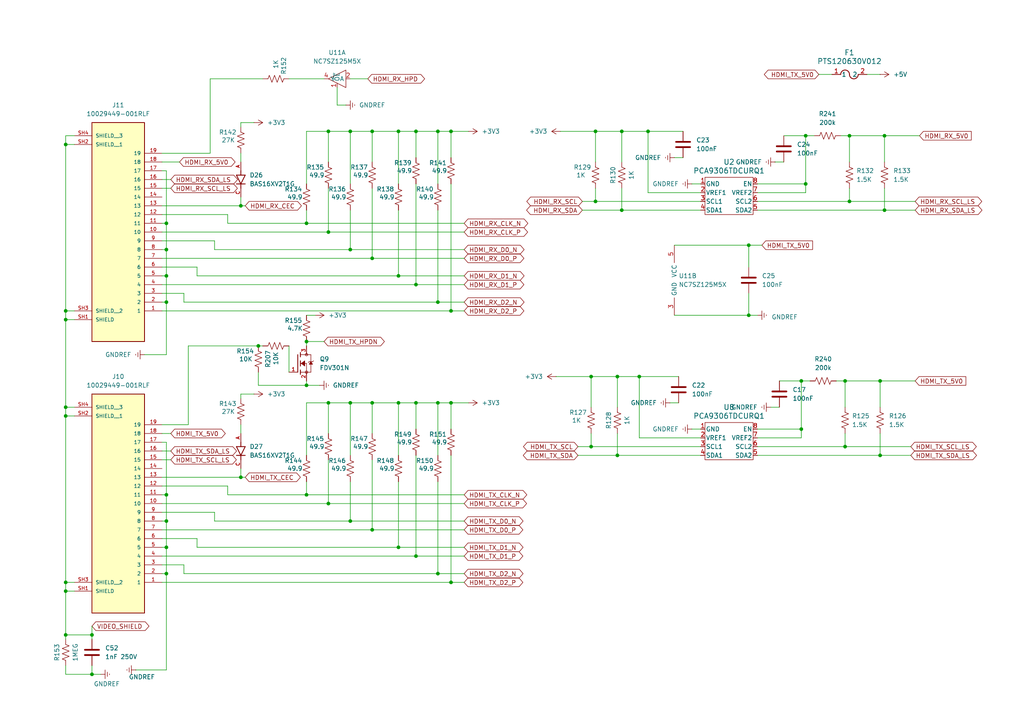
<source format=kicad_sch>
(kicad_sch (version 20231120) (generator "eeschema") (generator_version "8.0")
  (paper "A4")
  (lib_symbols
    (symbol "10029449-001RLF_1" (pin_names (offset 1.016))
      (property "Reference" "J10" (at 0 -40.64 0))
      (property "Value" "10029449-001RLF" (at 0 -38.1 0))
      (symbol "10029449-001RLF_1_0_0"
        (pin passive line (at 12.7 -26.67 180) (length 5.08) (name "1") (number "1"))
        (pin passive line (at 12.7 -3.81 180) (length 5.08) (name "10") (number "10"))
        (pin passive line (at 12.7 -1.27 180) (length 5.08) (name "11") (number "11"))
        (pin passive line (at 12.7 1.27 180) (length 5.08) (name "12") (number "12"))
        (pin passive line (at 12.7 3.81 180) (length 5.08) (name "13") (number "13"))
        (pin passive line (at 12.7 6.35 180) (length 5.08) (name "14") (number "14"))
        (pin passive line (at 12.7 8.89 180) (length 5.08) (name "15") (number "15"))
        (pin passive line (at 12.7 11.43 180) (length 5.08) (name "16") (number "16"))
        (pin passive line (at 12.7 13.97 180) (length 5.08) (name "17") (number "17"))
        (pin passive line (at 12.7 16.51 180) (length 5.08) (name "18") (number "18"))
        (pin passive line (at 12.7 19.05 180) (length 5.08) (name "19") (number "19"))
        (pin passive line (at 12.7 -24.13 180) (length 5.08) (name "2") (number "2"))
        (pin passive line (at 12.7 -21.59 180) (length 5.08) (name "3") (number "3"))
        (pin passive line (at 12.7 -19.05 180) (length 5.08) (name "4") (number "4"))
        (pin passive line (at 12.7 -16.51 180) (length 5.08) (name "5") (number "5"))
        (pin passive line (at 12.7 -13.97 180) (length 5.08) (name "6") (number "6"))
        (pin passive line (at 12.7 -11.43 180) (length 5.08) (name "7") (number "7"))
        (pin passive line (at 12.7 -8.89 180) (length 5.08) (name "8") (number "8"))
        (pin passive line (at 12.7 -6.35 180) (length 5.08) (name "9") (number "9"))
        (pin passive line (at -12.7 -29.21 0) (length 5.08) (name "SHIELD") (number "SH1"))
        (pin passive line (at -12.7 21.59 0) (length 5.08) (name "SHIELD__1") (number "SH2"))
        (pin passive line (at -12.7 -26.67 0) (length 5.08) (name "SHIELD__2") (number "SH3"))
        (pin passive line (at -12.7 24.13 0) (length 5.08) (name "SHIELD__3") (number "SH4"))
      )
    )
    (symbol "BAS16XV2T1G:BAS16XV2T1G" (pin_names (offset 1.016))
      (property "Reference" "D" (at -5.08 2.54 0))
      (property "Value" "BAS16XV2T1G" (at -5.08 -3.81 0))
      (symbol "BAS16XV2T1G_0_0"
        (pin passive line (at -5.08 0 0) (length 2.54) (name "~") (number "A"))
        (pin passive line (at 5.08 0 180) (length 2.54) (name "~") (number "C"))
      )
    )
    (symbol "Device:C" (pin_numbers hide) (pin_names (offset 0.254))
      (property "Reference" "C" (at 0.635 2.54 0))
      (property "Value" "C" (at 0.635 -2.54 0))
      (symbol "C_1_1"
        (pin passive line (at 0 3.81 270) (length 2.794) (name "~") (number "1"))
        (pin passive line (at 0 -3.81 90) (length 2.794) (name "~") (number "2"))
      )
    )
    (symbol "Device:R_US" (pin_numbers hide) (pin_names (offset 0))
      (property "Reference" "R" (at 2.54 0 90))
      (property "Value" "R_US" (at -2.54 0 90))
      (symbol "R_US_1_1"
        (pin passive line (at 0 3.81 270) (length 1.27) (name "~") (number "1"))
        (pin passive line (at 0 -3.81 90) (length 1.27) (name "~") (number "2"))
      )
    )
    (symbol "FDV301N:FDV301N" (pin_names (offset 1.016))
      (property "Reference" "Q" (at -8.89 2.54 0))
      (property "Value" "FDV301N" (at -8.89 -7.62 0))
      (symbol "FDV301N_0_0"
        (pin passive line (at -2.54 -2.54 0) (length 2.54) (name "~") (number "1"))
        (pin passive line (at 2.54 -5.08 90) (length 2.54) (name "~") (number "2"))
        (pin passive line (at 2.54 5.08 270) (length 2.54) (name "~") (number "3"))
      )
    )
    (symbol "NC7SZ125M5X_Modified:NC7SZ125M5X"
      (property "Reference" "U" (at -5.08 6.35 0))
      (property "Value" "NC7SZ125M5X" (at 7.62 6.35 0))
      (symbol "NC7SZ125M5X_1_1"
        (pin input line (at -7.62 -6.35 90) (length 1.27) (name "~{OE}") (number "1"))
        (pin input line (at -3.81 -3.81 180) (length 1.27) (name "A") (number "2"))
        (pin output line (at -11.43 -3.81 0) (length 1.27) (name "Y") (number "4"))
      )
      (symbol "NC7SZ125M5X_2_1"
        (pin power_in line (at 0 -10.16 90) (length 5.08) (name "GND") (number "3"))
        (pin power_in line (at 0 10.16 270) (length 5.08) (name "VCC") (number "5"))
      )
    )
    (symbol "PCA9306:PCA9306TDCURQ1" (pin_names (offset 0.254))
      (property "Reference" "U" (at 19.05 -12.7 0))
      (property "Value" "PCA9306TDCURQ1" (at 1.016 4.826 0))
      (symbol "PCA9306TDCURQ1_1_1"
        (pin power_in line (at -8.89 2.54 0) (length 1.27) (name "GND") (number "1"))
        (pin power_in line (at -8.89 0 0) (length 1.27) (name "VREF1") (number "2"))
        (pin unspecified line (at -8.89 -2.54 0) (length 1.27) (name "SCL1") (number "3"))
        (pin unspecified line (at -8.89 -5.08 0) (length 1.27) (name "SDA1") (number "4"))
        (pin unspecified line (at 7.62 -5.08 180) (length 1.27) (name "SDA2") (number "5"))
        (pin unspecified line (at 7.62 -2.54 180) (length 1.27) (name "SCL2") (number "6"))
        (pin power_in line (at 7.62 0 180) (length 1.27) (name "VREF2") (number "7"))
        (pin unspecified line (at 7.62 2.54 180) (length 1.27) (name "EN") (number "8"))
      )
    )
    (symbol "PTS120630V012:PTS120630V012" (pin_names (offset 0.254))
      (property "Reference" "F" (at 5.08 3.175 0))
      (property "Value" "PTS120630V012" (at 5.08 -3.175 0))
      (symbol "PTS120630V012_1_1"
        (pin unspecified line (at 0 0 0) (length 2.54) (name "1") (number "1"))
        (pin unspecified line (at 10.16 0 180) (length 2.54) (name "2") (number "2"))
      )
      (symbol "PTS120630V012_1_2"
        (pin unspecified line (at 0 0 90) (length 2.54) (name "1") (number "1"))
        (pin unspecified line (at 0 10.16 270) (length 2.54) (name "2") (number "2"))
      )
    )
    (symbol "power:+3V3" (power) (pin_numbers hide) (pin_names (offset 0) hide)
      (property "Value" "+3V3" (at 0 3.556 0))
      (symbol "+3V3_1_1"
        (pin power_in line (at 0 0 90) (length 0) (name "~") (number "1"))
      )
    )
    (symbol "power:+5V" (power) (pin_numbers hide) (pin_names (offset 0) hide)
      (property "Value" "+5V" (at 0 3.556 0))
      (symbol "+5V_1_1"
        (pin power_in line (at 0 0 90) (length 0) (name "~") (number "1"))
      )
    )
    (symbol "power:GNDREF" (power) (pin_numbers hide) (pin_names (offset 0) hide)
      (property "Value" "GNDREF" (at 0 -3.81 0))
      (symbol "GNDREF_1_1"
        (pin power_in line (at 0 0 270) (length 0) (name "~") (number "1"))
      )
    )
  )
  (junction (at 69.85 59.69))
  (junction (at 187.96 38.1))
  (junction (at 255.27 132.08))
  (junction (at 232.41 110.49))
  (junction (at 48.26 64.77))
  (junction (at 115.57 158.75))
  (junction (at 69.85 138.43))
  (junction (at 120.65 38.1))
  (junction (at 256.54 39.37))
  (junction (at 130.81 168.91))
  (junction (at 185.42 109.22))
  (junction (at 48.26 158.75))
  (junction (at 120.65 161.29))
  (junction (at 172.72 58.42))
  (junction (at 19.05 184.15))
  (junction (at 127 38.1))
  (junction (at 233.68 39.37))
  (junction (at 120.65 116.84))
  (junction (at 48.26 72.39))
  (junction (at 101.6 38.1))
  (junction (at 107.95 116.84))
  (junction (at 180.34 38.1))
  (junction (at 233.68 53.34))
  (junction (at 88.9 143.51))
  (junction (at 171.45 129.54))
  (junction (at 19.05 118.11))
  (junction (at 246.38 58.42))
  (junction (at 172.72 38.1))
  (junction (at 115.57 80.01))
  (junction (at 107.95 153.67))
  (junction (at 130.81 38.1))
  (junction (at 26.67 195.58))
  (junction (at 255.27 110.49))
  (junction (at 127 166.37))
  (junction (at 95.25 38.1))
  (junction (at 101.6 72.39))
  (junction (at 115.57 38.1))
  (junction (at 48.26 80.01))
  (junction (at 130.81 116.84))
  (junction (at 19.05 120.65))
  (junction (at 256.54 60.96))
  (junction (at 180.34 60.96))
  (junction (at 130.81 90.17))
  (junction (at 245.11 129.54))
  (junction (at 48.26 151.13))
  (junction (at 101.6 116.84))
  (junction (at 95.25 116.84))
  (junction (at 19.05 171.45))
  (junction (at 127 87.63))
  (junction (at 115.57 116.84))
  (junction (at 120.65 82.55))
  (junction (at 217.17 71.12))
  (junction (at 171.45 109.22))
  (junction (at 246.38 39.37))
  (junction (at 48.26 143.51))
  (junction (at 48.26 87.63))
  (junction (at 101.6 151.13))
  (junction (at 107.95 38.1))
  (junction (at 48.26 166.37))
  (junction (at 95.25 67.31))
  (junction (at 107.95 74.93))
  (junction (at 127 116.84))
  (junction (at 217.17 91.44))
  (junction (at 88.9 64.77))
  (junction (at 245.11 110.49))
  (junction (at 232.41 124.46))
  (junction (at 95.25 146.05))
  (junction (at 179.07 109.22))
  (junction (at 19.05 92.71))
  (junction (at 88.9 99.06))
  (junction (at 19.05 41.91))
  (junction (at 88.9 111.76))
  (junction (at 19.05 90.17))
  (junction (at 19.05 168.91))
  (junction (at 179.07 132.08))
  (junction (at 74.93 100.33))
  (junction (at 26.67 184.15))
  (wire (pts (xy 167.64 132.08) (xy 179.07 132.08)))
  (wire (pts (xy 220.98 71.12) (xy 217.17 71.12)))
  (wire (pts (xy 195.58 71.12) (xy 217.17 71.12)))
  (wire (pts (xy 245.11 110.49) (xy 245.11 118.11)))
  (wire (pts (xy 168.91 58.42) (xy 172.72 58.42)))
  (wire (pts (xy 256.54 54.61) (xy 256.54 60.96)))
  (wire (pts (xy 21.59 90.17) (xy 19.05 90.17)))
  (wire (pts (xy 46.99 123.19) (xy 54.61 123.19)))
  (wire (pts (xy 107.95 116.84) (xy 107.95 125.73)))
  (wire (pts (xy 101.6 139.7) (xy 101.6 151.13)))
  (wire (pts (xy 127 166.37) (xy 134.62 166.37)))
  (wire (pts (xy 223.52 118.11) (xy 226.06 118.11)))
  (wire (pts (xy 172.72 38.1) (xy 180.34 38.1)))
  (wire (pts (xy 172.72 54.61) (xy 172.72 58.42)))
  (wire (pts (xy 46.99 82.55) (xy 120.65 82.55)))
  (wire (pts (xy 88.9 60.96) (xy 88.9 64.77)))
  (wire (pts (xy 95.25 116.84) (xy 95.25 125.73)))
  (wire (pts (xy 46.99 168.91) (xy 130.81 168.91)))
  (wire (pts (xy 115.57 116.84) (xy 120.65 116.84)))
  (wire (pts (xy 46.99 153.67) (xy 107.95 153.67)))
  (wire (pts (xy 185.42 127) (xy 203.2 127)))
  (wire (pts (xy 88.9 64.77) (xy 134.62 64.77)))
  (wire (pts (xy 46.99 62.23) (xy 66.04 62.23)))
  (wire (pts (xy 185.42 109.22) (xy 185.42 127)))
  (wire (pts (xy 101.6 22.86) (xy 106.68 22.86)))
  (wire (pts (xy 115.57 158.75) (xy 134.62 158.75)))
  (wire (pts (xy 46.99 151.13) (xy 48.26 151.13)))
  (wire (pts (xy 242.57 110.49) (xy 245.11 110.49)))
  (wire (pts (xy 115.57 139.7) (xy 115.57 158.75)))
  (wire (pts (xy 88.9 99.06) (xy 88.9 100.33)))
  (wire (pts (xy 21.59 171.45) (xy 19.05 171.45)))
  (wire (pts (xy 107.95 38.1) (xy 107.95 46.99)))
  (wire (pts (xy 60.96 22.86) (xy 76.2 22.86)))
  (wire (pts (xy 227.33 39.37) (xy 233.68 39.37)))
  (wire (pts (xy 19.05 120.65) (xy 19.05 168.91)))
  (wire (pts (xy 217.17 71.12) (xy 217.17 77.47)))
  (wire (pts (xy 171.45 109.22) (xy 179.07 109.22)))
  (wire (pts (xy 101.6 116.84) (xy 107.95 116.84)))
  (wire (pts (xy 46.99 146.05) (xy 95.25 146.05)))
  (wire (pts (xy 219.71 60.96) (xy 256.54 60.96)))
  (wire (pts (xy 48.26 143.51) (xy 48.26 151.13)))
  (wire (pts (xy 95.25 67.31) (xy 134.62 67.31)))
  (wire (pts (xy 233.68 39.37) (xy 233.68 53.34)))
  (wire (pts (xy 48.26 128.27) (xy 48.26 143.51)))
  (wire (pts (xy 66.04 140.97) (xy 66.04 143.51)))
  (wire (pts (xy 172.72 58.42) (xy 203.2 58.42)))
  (wire (pts (xy 48.26 166.37) (xy 48.26 194.31)))
  (wire (pts (xy 46.99 85.09) (xy 53.34 85.09)))
  (wire (pts (xy 62.23 72.39) (xy 101.6 72.39)))
  (wire (pts (xy 127 38.1) (xy 127 53.34)))
  (wire (pts (xy 19.05 185.42) (xy 19.05 184.15)))
  (wire (pts (xy 48.26 49.53) (xy 48.26 64.77)))
  (wire (pts (xy 130.81 38.1) (xy 135.89 38.1)))
  (wire (pts (xy 171.45 125.73) (xy 171.45 129.54)))
  (wire (pts (xy 46.99 156.21) (xy 57.15 156.21)))
  (wire (pts (xy 46.99 128.27) (xy 48.26 128.27)))
  (wire (pts (xy 101.6 151.13) (xy 134.62 151.13)))
  (wire (pts (xy 195.58 45.72) (xy 198.12 45.72)))
  (wire (pts (xy 256.54 39.37) (xy 256.54 46.99)))
  (wire (pts (xy 26.67 195.58) (xy 29.21 195.58)))
  (wire (pts (xy 95.25 54.61) (xy 95.25 67.31)))
  (wire (pts (xy 180.34 60.96) (xy 203.2 60.96)))
  (wire (pts (xy 83.82 22.86) (xy 93.98 22.86)))
  (wire (pts (xy 266.7 39.37) (xy 256.54 39.37)))
  (wire (pts (xy 48.26 72.39) (xy 48.26 80.01)))
  (wire (pts (xy 162.56 38.1) (xy 172.72 38.1)))
  (wire (pts (xy 57.15 158.75) (xy 115.57 158.75)))
  (wire (pts (xy 21.59 92.71) (xy 19.05 92.71)))
  (wire (pts (xy 57.15 156.21) (xy 57.15 158.75)))
  (wire (pts (xy 95.25 116.84) (xy 101.6 116.84)))
  (wire (pts (xy 19.05 171.45) (xy 19.05 184.15)))
  (wire (pts (xy 167.64 129.54) (xy 171.45 129.54)))
  (wire (pts (xy 171.45 118.11) (xy 171.45 109.22)))
  (wire (pts (xy 233.68 55.88) (xy 219.71 55.88)))
  (wire (pts (xy 41.91 102.87) (xy 48.26 102.87)))
  (wire (pts (xy 69.85 135.89) (xy 69.85 138.43)))
  (wire (pts (xy 26.67 181.61) (xy 26.67 184.15)))
  (wire (pts (xy 95.25 38.1) (xy 101.6 38.1)))
  (wire (pts (xy 49.53 133.35) (xy 46.99 133.35)))
  (wire (pts (xy 46.99 138.43) (xy 69.85 138.43)))
  (wire (pts (xy 243.84 39.37) (xy 246.38 39.37)))
  (wire (pts (xy 46.99 80.01) (xy 48.26 80.01)))
  (wire (pts (xy 21.59 41.91) (xy 19.05 41.91)))
  (wire (pts (xy 53.34 85.09) (xy 53.34 87.63)))
  (wire (pts (xy 237.49 21.59) (xy 241.3 21.59)))
  (wire (pts (xy 95.25 133.35) (xy 95.25 146.05)))
  (wire (pts (xy 255.27 110.49) (xy 255.27 118.11)))
  (wire (pts (xy 88.9 111.76) (xy 92.71 111.76)))
  (wire (pts (xy 127 38.1) (xy 130.81 38.1)))
  (wire (pts (xy 127 116.84) (xy 127 132.08)))
  (wire (pts (xy 107.95 54.61) (xy 107.95 74.93)))
  (wire (pts (xy 101.6 38.1) (xy 107.95 38.1)))
  (wire (pts (xy 179.07 109.22) (xy 185.42 109.22)))
  (wire (pts (xy 180.34 54.61) (xy 180.34 60.96)))
  (wire (pts (xy 52.07 46.99) (xy 46.99 46.99)))
  (wire (pts (xy 200.66 53.34) (xy 203.2 53.34)))
  (wire (pts (xy 115.57 38.1) (xy 115.57 53.34)))
  (wire (pts (xy 19.05 39.37) (xy 21.59 39.37)))
  (wire (pts (xy 107.95 38.1) (xy 115.57 38.1)))
  (wire (pts (xy 180.34 46.99) (xy 180.34 38.1)))
  (wire (pts (xy 115.57 80.01) (xy 134.62 80.01)))
  (wire (pts (xy 265.43 110.49) (xy 255.27 110.49)))
  (wire (pts (xy 232.41 127) (xy 232.41 124.46)))
  (wire (pts (xy 46.99 140.97) (xy 66.04 140.97)))
  (wire (pts (xy 127 60.96) (xy 127 87.63)))
  (wire (pts (xy 48.26 87.63) (xy 48.26 102.87)))
  (wire (pts (xy 233.68 39.37) (xy 236.22 39.37)))
  (wire (pts (xy 115.57 116.84) (xy 115.57 132.08)))
  (wire (pts (xy 226.06 110.49) (xy 232.41 110.49)))
  (wire (pts (xy 46.99 74.93) (xy 107.95 74.93)))
  (wire (pts (xy 74.93 100.33) (xy 76.2 100.33)))
  (wire (pts (xy 107.95 74.93) (xy 134.62 74.93)))
  (wire (pts (xy 107.95 116.84) (xy 115.57 116.84)))
  (wire (pts (xy 19.05 195.58) (xy 26.67 195.58)))
  (wire (pts (xy 88.9 91.44) (xy 91.44 91.44)))
  (wire (pts (xy 217.17 85.09) (xy 217.17 91.44)))
  (wire (pts (xy 219.71 124.46) (xy 232.41 124.46)))
  (wire (pts (xy 120.65 116.84) (xy 127 116.84)))
  (wire (pts (xy 69.85 115.57) (xy 69.85 114.3)))
  (wire (pts (xy 232.41 110.49) (xy 232.41 124.46)))
  (wire (pts (xy 246.38 46.99) (xy 246.38 39.37)))
  (wire (pts (xy 39.37 194.31) (xy 48.26 194.31)))
  (wire (pts (xy 49.53 54.61) (xy 46.99 54.61)))
  (wire (pts (xy 69.85 57.15) (xy 69.85 59.69)))
  (wire (pts (xy 21.59 168.91) (xy 19.05 168.91)))
  (wire (pts (xy 53.34 166.37) (xy 127 166.37)))
  (wire (pts (xy 224.79 46.99) (xy 227.33 46.99)))
  (wire (pts (xy 219.71 91.44) (xy 217.17 91.44)))
  (wire (pts (xy 46.99 49.53) (xy 48.26 49.53)))
  (wire (pts (xy 46.99 44.45) (xy 60.96 44.45)))
  (wire (pts (xy 127 116.84) (xy 130.81 116.84)))
  (wire (pts (xy 88.9 53.34) (xy 88.9 38.1)))
  (wire (pts (xy 120.65 124.46) (xy 120.65 116.84)))
  (wire (pts (xy 66.04 143.51) (xy 88.9 143.51)))
  (wire (pts (xy 161.29 109.22) (xy 171.45 109.22)))
  (wire (pts (xy 233.68 53.34) (xy 233.68 55.88)))
  (wire (pts (xy 251.46 21.59) (xy 255.27 21.59)))
  (wire (pts (xy 120.65 82.55) (xy 134.62 82.55)))
  (wire (pts (xy 19.05 92.71) (xy 19.05 118.11)))
  (wire (pts (xy 69.85 36.83) (xy 69.85 35.56)))
  (wire (pts (xy 172.72 46.99) (xy 172.72 38.1)))
  (wire (pts (xy 48.26 158.75) (xy 48.26 166.37)))
  (wire (pts (xy 127 139.7) (xy 127 166.37)))
  (wire (pts (xy 95.25 38.1) (xy 95.25 46.99)))
  (wire (pts (xy 246.38 39.37) (xy 256.54 39.37)))
  (wire (pts (xy 62.23 69.85) (xy 62.23 72.39)))
  (wire (pts (xy 232.41 127) (xy 219.71 127)))
  (wire (pts (xy 48.26 151.13) (xy 48.26 158.75)))
  (wire (pts (xy 219.71 53.34) (xy 233.68 53.34)))
  (wire (pts (xy 130.81 168.91) (xy 134.62 168.91)))
  (wire (pts (xy 256.54 60.96) (xy 265.43 60.96)))
  (wire (pts (xy 62.23 148.59) (xy 62.23 151.13)))
  (wire (pts (xy 101.6 60.96) (xy 101.6 72.39)))
  (wire (pts (xy 219.71 129.54) (xy 245.11 129.54)))
  (wire (pts (xy 69.85 138.43) (xy 71.12 138.43)))
  (wire (pts (xy 46.99 166.37) (xy 48.26 166.37)))
  (wire (pts (xy 74.93 107.95) (xy 74.93 111.76)))
  (wire (pts (xy 46.99 143.51) (xy 48.26 143.51)))
  (wire (pts (xy 26.67 184.15) (xy 26.67 185.42)))
  (wire (pts (xy 69.85 44.45) (xy 69.85 46.99)))
  (wire (pts (xy 26.67 195.58) (xy 26.67 193.04)))
  (wire (pts (xy 179.07 132.08) (xy 203.2 132.08)))
  (wire (pts (xy 57.15 77.47) (xy 57.15 80.01)))
  (wire (pts (xy 115.57 38.1) (xy 120.65 38.1)))
  (wire (pts (xy 19.05 39.37) (xy 19.05 41.91)))
  (wire (pts (xy 97.79 25.4) (xy 97.79 30.48)))
  (wire (pts (xy 130.81 132.08) (xy 130.81 168.91)))
  (wire (pts (xy 101.6 72.39) (xy 134.62 72.39)))
  (wire (pts (xy 19.05 41.91) (xy 19.05 90.17)))
  (wire (pts (xy 245.11 129.54) (xy 264.16 129.54)))
  (wire (pts (xy 54.61 100.33) (xy 74.93 100.33)))
  (wire (pts (xy 46.99 67.31) (xy 95.25 67.31)))
  (wire (pts (xy 127 87.63) (xy 134.62 87.63)))
  (wire (pts (xy 232.41 110.49) (xy 234.95 110.49)))
  (wire (pts (xy 187.96 38.1) (xy 187.96 55.88)))
  (wire (pts (xy 195.58 91.44) (xy 217.17 91.44)))
  (wire (pts (xy 130.81 38.1) (xy 130.81 45.72)))
  (wire (pts (xy 19.05 184.15) (xy 26.67 184.15)))
  (wire (pts (xy 120.65 132.08) (xy 120.65 161.29)))
  (wire (pts (xy 200.66 124.46) (xy 203.2 124.46)))
  (wire (pts (xy 66.04 64.77) (xy 88.9 64.77)))
  (wire (pts (xy 203.2 55.88) (xy 187.96 55.88)))
  (wire (pts (xy 255.27 125.73) (xy 255.27 132.08)))
  (wire (pts (xy 130.81 116.84) (xy 135.89 116.84)))
  (wire (pts (xy 57.15 80.01) (xy 115.57 80.01)))
  (wire (pts (xy 46.99 59.69) (xy 69.85 59.69)))
  (wire (pts (xy 179.07 125.73) (xy 179.07 132.08)))
  (wire (pts (xy 120.65 53.34) (xy 120.65 82.55)))
  (wire (pts (xy 46.99 77.47) (xy 57.15 77.47)))
  (wire (pts (xy 255.27 132.08) (xy 264.16 132.08)))
  (wire (pts (xy 19.05 168.91) (xy 19.05 171.45)))
  (wire (pts (xy 53.34 163.83) (xy 53.34 166.37)))
  (wire (pts (xy 168.91 60.96) (xy 180.34 60.96)))
  (wire (pts (xy 115.57 60.96) (xy 115.57 80.01)))
  (wire (pts (xy 101.6 116.84) (xy 101.6 132.08)))
  (wire (pts (xy 46.99 148.59) (xy 62.23 148.59)))
  (wire (pts (xy 46.99 90.17) (xy 130.81 90.17)))
  (wire (pts (xy 49.53 52.07) (xy 46.99 52.07)))
  (wire (pts (xy 74.93 111.76) (xy 88.9 111.76)))
  (wire (pts (xy 130.81 53.34) (xy 130.81 90.17)))
  (wire (pts (xy 171.45 129.54) (xy 203.2 129.54)))
  (wire (pts (xy 21.59 118.11) (xy 19.05 118.11)))
  (wire (pts (xy 46.99 158.75) (xy 48.26 158.75)))
  (wire (pts (xy 83.82 100.33) (xy 83.82 107.95)))
  (wire (pts (xy 46.99 163.83) (xy 53.34 163.83)))
  (wire (pts (xy 120.65 161.29) (xy 134.62 161.29)))
  (wire (pts (xy 46.99 87.63) (xy 48.26 87.63)))
  (wire (pts (xy 88.9 38.1) (xy 95.25 38.1)))
  (wire (pts (xy 21.59 120.65) (xy 19.05 120.65)))
  (wire (pts (xy 48.26 64.77) (xy 48.26 72.39)))
  (wire (pts (xy 49.53 130.81) (xy 46.99 130.81)))
  (wire (pts (xy 246.38 58.42) (xy 265.43 58.42)))
  (wire (pts (xy 19.05 193.04) (xy 19.05 195.58)))
  (wire (pts (xy 245.11 125.73) (xy 245.11 129.54)))
  (wire (pts (xy 219.71 58.42) (xy 246.38 58.42)))
  (wire (pts (xy 107.95 133.35) (xy 107.95 153.67)))
  (wire (pts (xy 180.34 38.1) (xy 187.96 38.1)))
  (wire (pts (xy 69.85 59.69) (xy 71.12 59.69)))
  (wire (pts (xy 19.05 90.17) (xy 19.05 92.71)))
  (wire (pts (xy 46.99 64.77) (xy 48.26 64.77)))
  (wire (pts (xy 107.95 153.67) (xy 134.62 153.67)))
  (wire (pts (xy 88.9 116.84) (xy 95.25 116.84)))
  (wire (pts (xy 88.9 110.49) (xy 88.9 111.76)))
  (wire (pts (xy 187.96 38.1) (xy 198.12 38.1)))
  (wire (pts (xy 60.96 44.45) (xy 60.96 22.86)))
  (wire (pts (xy 88.9 99.06) (xy 93.98 99.06)))
  (wire (pts (xy 88.9 139.7) (xy 88.9 143.51)))
  (wire (pts (xy 120.65 45.72) (xy 120.65 38.1)))
  (wire (pts (xy 48.26 80.01) (xy 48.26 87.63)))
  (wire (pts (xy 66.04 62.23) (xy 66.04 64.77)))
  (wire (pts (xy 46.99 72.39) (xy 48.26 72.39)))
  (wire (pts (xy 19.05 118.11) (xy 19.05 120.65)))
  (wire (pts (xy 120.65 38.1) (xy 127 38.1)))
  (wire (pts (xy 69.85 35.56) (xy 73.66 35.56)))
  (wire (pts (xy 53.34 87.63) (xy 127 87.63)))
  (wire (pts (xy 88.9 132.08) (xy 88.9 116.84)))
  (wire (pts (xy 130.81 116.84) (xy 130.81 124.46)))
  (wire (pts (xy 245.11 110.49) (xy 255.27 110.49)))
  (wire (pts (xy 219.71 132.08) (xy 255.27 132.08)))
  (wire (pts (xy 130.81 90.17) (xy 134.62 90.17)))
  (wire (pts (xy 62.23 151.13) (xy 101.6 151.13)))
  (wire (pts (xy 97.79 30.48) (xy 100.33 30.48)))
  (wire (pts (xy 179.07 118.11) (xy 179.07 109.22)))
  (wire (pts (xy 101.6 38.1) (xy 101.6 53.34)))
  (wire (pts (xy 54.61 123.19) (xy 54.61 100.33)))
  (wire (pts (xy 194.31 116.84) (xy 196.85 116.84)))
  (wire (pts (xy 46.99 161.29) (xy 120.65 161.29)))
  (wire (pts (xy 49.53 125.73) (xy 46.99 125.73)))
  (wire (pts (xy 69.85 114.3) (xy 73.66 114.3)))
  (wire (pts (xy 95.25 146.05) (xy 134.62 146.05)))
  (wire (pts (xy 246.38 54.61) (xy 246.38 58.42)))
  (wire (pts (xy 88.9 143.51) (xy 134.62 143.51)))
  (wire (pts (xy 185.42 109.22) (xy 196.85 109.22)))
  (wire (pts (xy 69.85 123.19) (xy 69.85 125.73)))
  (wire (pts (xy 46.99 69.85) (xy 62.23 69.85)))
  (global_label "HDMI_TX_5V0" (shape bidirectional) (at 49.53 125.73 0) (property "Intersheetrefs" "${INTERSHEET_REFS}" (effects (hide yes))))
  (global_label "HDMI_TX_5V0" (shape input) (at 220.98 71.12 0) (property "Intersheetrefs" "${INTERSHEET_REFS}" (effects (hide yes))))
  (global_label "HDMI_TX_D2_N" (shape bidirectional) (at 134.62 166.37 0) (property "Intersheetrefs" "${INTERSHEET_REFS}" (effects (hide yes))))
  (global_label "HDMI_RX_SCL_LS" (shape bidirectional) (at 49.53 54.61 0) (property "Intersheetrefs" "${INTERSHEET_REFS}" (effects (hide yes))))
  (global_label "HDMI_TX_D1_N" (shape bidirectional) (at 134.62 158.75 0) (property "Intersheetrefs" "${INTERSHEET_REFS}" (effects (hide yes))))
  (global_label "HDMI_TX_HPDN" (shape bidirectional) (at 93.98 99.06 0) (property "Intersheetrefs" "${INTERSHEET_REFS}" (effects (hide yes))))
  (global_label "HDMI_TX_SDA" (shape bidirectional) (at 167.64 132.08 180) (property "Intersheetrefs" "${INTERSHEET_REFS}" (effects (hide yes))))
  (global_label "HDMI_TX_CLK_P" (shape bidirectional) (at 134.62 146.05 0) (property "Intersheetrefs" "${INTERSHEET_REFS}" (effects (hide yes))))
  (global_label "HDMI_RX_D0_N" (shape bidirectional) (at 134.62 72.39 0) (property "Intersheetrefs" "${INTERSHEET_REFS}" (effects (hide yes))))
  (global_label "HDMI_RX_SDA_LS" (shape bidirectional) (at 265.43 60.96 0) (property "Intersheetrefs" "${INTERSHEET_REFS}" (effects (hide yes))))
  (global_label "HDMI_RX_5V0" (shape input) (at 266.7 39.37 0) (property "Intersheetrefs" "${INTERSHEET_REFS}" (effects (hide yes))))
  (global_label "HDMI_TX_CEC" (shape bidirectional) (at 71.12 138.43 0) (property "Intersheetrefs" "${INTERSHEET_REFS}" (effects (hide yes))))
  (global_label "HDMI_TX_SCL_LS" (shape bidirectional) (at 49.53 133.35 0) (property "Intersheetrefs" "${INTERSHEET_REFS}" (effects (hide yes))))
  (global_label "HDMI_RX_CLK_P" (shape bidirectional) (at 134.62 67.31 0) (property "Intersheetrefs" "${INTERSHEET_REFS}" (effects (hide yes))))
  (global_label "HDMI_RX_D2_N" (shape bidirectional) (at 134.62 87.63 0) (property "Intersheetrefs" "${INTERSHEET_REFS}" (effects (hide yes))))
  (global_label "HDMI_RX_D1_N" (shape bidirectional) (at 134.62 80.01 0) (property "Intersheetrefs" "${INTERSHEET_REFS}" (effects (hide yes))))
  (global_label "HDMI_RX_HPD" (shape bidirectional) (at 106.68 22.86 0) (property "Intersheetrefs" "${INTERSHEET_REFS}" (effects (hide yes))))
  (global_label "HDMI_TX_5V0" (shape input) (at 265.43 110.49 0) (property "Intersheetrefs" "${INTERSHEET_REFS}" (effects (hide yes))))
  (global_label "HDMI_TX_SCL_LS" (shape bidirectional) (at 264.16 129.54 0) (property "Intersheetrefs" "${INTERSHEET_REFS}" (effects (hide yes))))
  (global_label "HDMI_RX_CEC" (shape bidirectional) (at 71.12 59.69 0) (property "Intersheetrefs" "${INTERSHEET_REFS}" (effects (hide yes))))
  (global_label "HDMI_RX_D1_P" (shape bidirectional) (at 134.62 82.55 0) (property "Intersheetrefs" "${INTERSHEET_REFS}" (effects (hide yes))))
  (global_label "HDMI_TX_SDA_LS" (shape bidirectional) (at 49.53 130.81 0) (property "Intersheetrefs" "${INTERSHEET_REFS}" (effects (hide yes))))
  (global_label "HDMI_TX_CLK_N" (shape bidirectional) (at 134.62 143.51 0) (property "Intersheetrefs" "${INTERSHEET_REFS}" (effects (hide yes))))
  (global_label "HDMI_TX_5V0" (shape bidirectional) (at 237.49 21.59 180) (property "Intersheetrefs" "${INTERSHEET_REFS}" (effects (hide yes))))
  (global_label "HDMI_RX_CLK_N" (shape bidirectional) (at 134.62 64.77 0) (property "Intersheetrefs" "${INTERSHEET_REFS}" (effects (hide yes))))
  (global_label "HDMI_RX_5V0" (shape bidirectional) (at 52.07 46.99 0) (property "Intersheetrefs" "${INTERSHEET_REFS}" (effects (hide yes))))
  (global_label "HDMI_TX_SCL" (shape bidirectional) (at 167.64 129.54 180) (property "Intersheetrefs" "${INTERSHEET_REFS}" (effects (hide yes))))
  (global_label "HDMI_TX_D2_P" (shape bidirectional) (at 134.62 168.91 0) (property "Intersheetrefs" "${INTERSHEET_REFS}" (effects (hide yes))))
  (global_label "HDMI_RX_SDA_LS" (shape bidirectional) (at 49.53 52.07 0) (property "Intersheetrefs" "${INTERSHEET_REFS}" (effects (hide yes))))
  (global_label "HDMI_TX_D0_P" (shape bidirectional) (at 134.62 153.67 0) (property "Intersheetrefs" "${INTERSHEET_REFS}" (effects (hide yes))))
  (global_label "HDMI_RX_D0_P" (shape bidirectional) (at 134.62 74.93 0) (property "Intersheetrefs" "${INTERSHEET_REFS}" (effects (hide yes))))
  (global_label "HDMI_TX_D0_N" (shape bidirectional) (at 134.62 151.13 0) (property "Intersheetrefs" "${INTERSHEET_REFS}" (effects (hide yes))))
  (global_label "HDMI_RX_SDA" (shape bidirectional) (at 168.91 60.96 180) (property "Intersheetrefs" "${INTERSHEET_REFS}" (effects (hide yes))))
  (global_label "VIDEO_SHIELD" (shape bidirectional) (at 26.67 181.61 0) (property "Intersheetrefs" "${INTERSHEET_REFS}" (effects (hide yes))))
  (global_label "HDMI_RX_SCL" (shape bidirectional) (at 168.91 58.42 180) (property "Intersheetrefs" "${INTERSHEET_REFS}" (effects (hide yes))))
  (global_label "HDMI_TX_SDA_LS" (shape bidirectional) (at 264.16 132.08 0) (property "Intersheetrefs" "${INTERSHEET_REFS}" (effects (hide yes))))
  (global_label "HDMI_RX_D2_P" (shape bidirectional) (at 134.62 90.17 0) (property "Intersheetrefs" "${INTERSHEET_REFS}" (effects (hide yes))))
  (global_label "HDMI_TX_D1_P" (shape bidirectional) (at 134.62 161.29 0) (property "Intersheetrefs" "${INTERSHEET_REFS}" (effects (hide yes))))
  (global_label "HDMI_RX_SCL_LS" (shape bidirectional) (at 265.43 58.42 0) (property "Intersheetrefs" "${INTERSHEET_REFS}" (effects (hide yes))))
  (symbol (lib_id "Device:R_US") (at 246.38 50.8 180) (unit 1)
    (property "Reference" "R132" (at 248.3876 49.5299 0) (effects (justify right)))
    (property "Value" "1.5K" (at 248.3876 52.0699 0) (effects (justify right)))
    (property "Footprint" "footprints:R_0402" (effects (hide yes)))
    (property "Description" "Resistor, US symbol" (effects (hide yes)))
    (property "LCSC PN" "C114759" (effects (hide yes)))
  )
  (symbol (lib_id "power:GNDREF") (at 223.52 118.11 270) (unit 1)
    (property "Reference" "#PWR0157" (effects (hide yes)))
    (property "Value" "GNDREF" (at 219.71 118.1099 90) (effects (justify right)))
    (property "Description" "Power symbol creates a global label with name \"GNDREF\" , reference supply ground" (effects (hide yes)))
  )
  (symbol (lib_id "Device:R_US") (at 115.57 135.89 180) (unit 1)
    (property "Reference" "R148" (at 109.22 133.604 0) (effects (justify right)))
    (property "Value" "49.9" (at 109.982 135.89 0) (effects (justify right)))
    (property "Footprint" "footprints:R_0402" (effects (hide yes)))
    (property "Description" "Resistor, US symbol" (effects (hide yes)))
    (property "LCSC PN" "C87044" (effects (hide yes)))
  )
  (symbol (lib_id "Device:R_US") (at 69.85 119.38 180) (unit 1)
    (property "Reference" "R143" (at 63.5 117.094 0) (effects (justify right)))
    (property "Value" "27K" (at 64.262 119.38 0) (effects (justify right)))
    (property "Footprint" "footprints:R_0402" (effects (hide yes)))
    (property "Description" "Resistor, US symbol" (effects (hide yes)))
    (property "LCSC PN" "C138022" (effects (hide yes)))
  )
  (symbol (lib_id "power:+3V3") (at 73.66 114.3 270) (unit 1)
    (property "Reference" "#PWR0165" (effects (hide yes)))
    (property "Value" "+3V3" (at 77.47 114.2999 90) (effects (justify left)))
    (property "Description" "Power symbol creates a global label with name \"+3V3\"" (effects (hide yes)))
  )
  (symbol (lib_id "power:+3V3") (at 162.56 38.1 90) (unit 1)
    (property "Reference" "#PWR0158" (effects (hide yes)))
    (property "Value" "+3V3" (at 158.75 38.0999 90) (effects (justify left)))
    (property "Description" "Power symbol creates a global label with name \"+3V3\"" (effects (hide yes)))
  )
  (symbol (lib_id "Device:R_US") (at 127 57.15 180) (unit 1)
    (property "Reference" "R140" (at 120.65 54.864 0) (effects (justify right)))
    (property "Value" "49.9" (at 121.412 57.15 0) (effects (justify right)))
    (property "Footprint" "footprints:R_0402" (effects (hide yes)))
    (property "Description" "Resistor, US symbol" (effects (hide yes)))
    (property "LCSC PN" "C87044" (effects (hide yes)))
  )
  (symbol (lib_id "power:+3V3") (at 135.89 38.1 270) (unit 1)
    (property "Reference" "#PWR0164" (effects (hide yes)))
    (property "Value" "+3V3" (at 139.7 38.0999 90) (effects (justify left)))
    (property "Description" "Power symbol creates a global label with name \"+3V3\"" (effects (hide yes)))
  )
  (symbol (lib_id "Device:R_US") (at 88.9 57.15 180) (unit 1)
    (property "Reference" "R134" (at 82.55 54.864 0) (effects (justify right)))
    (property "Value" "49.9" (at 83.312 57.15 0) (effects (justify right)))
    (property "Footprint" "footprints:R_0402" (effects (hide yes)))
    (property "Description" "Resistor, US symbol" (effects (hide yes)))
    (property "LCSC PN" "C87044" (effects (hide yes)))
  )
  (symbol (lib_id "Device:R_US") (at 101.6 135.89 180) (unit 1)
    (property "Reference" "R146" (at 95.25 133.604 0) (effects (justify right)))
    (property "Value" "49.9" (at 96.012 135.89 0) (effects (justify right)))
    (property "Footprint" "footprints:R_0402" (effects (hide yes)))
    (property "Description" "Resistor, US symbol" (effects (hide yes)))
    (property "LCSC PN" "C87044" (effects (hide yes)))
  )
  (symbol (lib_id "Device:R_US") (at 95.25 129.54 180) (unit 1)
    (property "Reference" "R145" (at 88.9 127.254 0) (effects (justify right)))
    (property "Value" "49.9" (at 89.662 129.54 0) (effects (justify right)))
    (property "Footprint" "footprints:R_0402" (effects (hide yes)))
    (property "Description" "Resistor, US symbol" (effects (hide yes)))
    (property "LCSC PN" "C87044" (effects (hide yes)))
  )
  (symbol (lib_id "Device:R_US") (at 80.01 100.33 270) (unit 1)
    (property "Reference" "R207" (at 77.724 106.68 0) (effects (justify right)))
    (property "Value" "10K" (at 80.01 105.918 0) (effects (justify right)))
    (property "Footprint" "footprints:R_0402" (effects (hide yes)))
    (property "Description" "Resistor, US symbol" (effects (hide yes)))
    (property "LCSC PN" "C60490" (effects (hide yes)))
  )
  (symbol (lib_id "Device:R_US") (at 88.9 95.25 180) (unit 1)
    (property "Reference" "R155" (at 82.55 92.964 0) (effects (justify right)))
    (property "Value" "4.7K" (at 83.312 95.25 0) (effects (justify right)))
    (property "Footprint" "footprints:R_0402" (effects (hide yes)))
    (property "Description" "Resistor, US symbol" (effects (hide yes)))
    (property "LCSC PN" "C105871" (effects (hide yes)))
  )
  (symbol (lib_id "Device:R_US") (at 130.81 49.53 180) (unit 1)
    (property "Reference" "R141" (at 124.46 47.244 0) (effects (justify right)))
    (property "Value" "49.9" (at 125.222 49.53 0) (effects (justify right)))
    (property "Footprint" "footprints:R_0402" (effects (hide yes)))
    (property "Description" "Resistor, US symbol" (effects (hide yes)))
    (property "LCSC PN" "C87044" (effects (hide yes)))
  )
  (symbol (lib_id "power:GNDREF") (at 200.66 124.46 270) (unit 1)
    (property "Reference" "#PWR0156" (effects (hide yes)))
    (property "Value" "GNDREF" (at 196.85 124.4599 90) (effects (justify right)))
    (property "Description" "Power symbol creates a global label with name \"GNDREF\" , reference supply ground" (effects (hide yes)))
  )
  (symbol (lib_id "NC7SZ125M5X_Modified:NC7SZ125M5X") (at 105.41 19.05 0) (unit 1)
    (property "Reference" "U11" (at 97.79 15.24 0))
    (property "Value" "NC7SZ125M5X" (at 97.79 17.78 0))
    (property "Footprint" "footprints:SC-74A_318BQ_ONS" (effects (hide yes)))
    (property "Datasheet" "https://www.onsemi.com/pdf/datasheet/nc7sz125-d.pdf" (effects (hide yes)))
    (property "Description" "TinyLogic UHS Buffer, Tri-State Output, SOT-23-5" (effects (hide yes)))
    (property "LCSC PN" "C7420" (effects (hide yes)))
  )
  (symbol (lib_id "Device:R_US") (at 120.65 49.53 180) (unit 1)
    (property "Reference" "R139" (at 114.3 47.244 0) (effects (justify right)))
    (property "Value" "49.9" (at 115.062 49.53 0) (effects (justify right)))
    (property "Footprint" "footprints:R_0402" (effects (hide yes)))
    (property "Description" "Resistor, US symbol" (effects (hide yes)))
    (property "LCSC PN" "C87044" (effects (hide yes)))
  )
  (symbol (lib_id "power:GNDREF") (at 219.71 91.44 90) (unit 1)
    (property "Reference" "#PWR0162" (effects (hide yes)))
    (property "Value" "GNDREF" (at 223.774 91.948 90) (effects (justify right)))
    (property "Description" "Power symbol creates a global label with name \"GNDREF\" , reference supply ground" (effects (hide yes)))
  )
  (symbol (lib_name "10029449-001RLF_1") (lib_id "HDMI:10029449-001RLF") (at 34.29 142.24 0) (unit 1)
    (property "Reference" "J10" (at 34.29 109.22 0))
    (property "Value" "10029449-001RLF" (at 34.29 111.76 0))
    (property "Footprint" "footprints:AMPHENOL_10029449-001RLF" (effects (hide yes)))
    (property "PARTREV" "Y" (effects (hide yes)))
    (property "MANUFACTURER" "Amphenol" (effects (hide yes)))
    (property "MAXIMUM_PACKAGE_HEIGHT" "6.30 mm" (effects (hide yes)))
    (property "STANDARD" "Manufacturer recommendations" (effects (hide yes)))
    (property "LCSC PN" "C428493" (effects (hide yes)))
  )
  (symbol (lib_id "Device:C") (at 226.06 114.3 0) (unit 1)
    (property "Reference" "C17" (at 229.87 113.0299 0) (effects (justify left)))
    (property "Value" "100nF" (at 229.87 115.5699 0) (effects (justify left)))
    (property "Footprint" "footprints:C_0201_0603Metric" (effects (hide yes)))
    (property "Description" "Unpolarized capacitor" (effects (hide yes)))
    (property "LCSC PN" "c1525" (effects (hide yes)))
  )
  (symbol (lib_id "power:+3V3") (at 91.44 91.44 270) (unit 1)
    (property "Reference" "#PWR0171" (effects (hide yes)))
    (property "Value" "+3V3" (at 95.25 91.4399 90) (effects (justify left)))
    (property "Description" "Power symbol creates a global label with name \"+3V3\"" (effects (hide yes)))
  )
  (symbol (lib_id "Device:R_US") (at 80.01 22.86 90) (unit 1)
    (property "Reference" "R152" (at 82.296 16.51 0) (effects (justify right)))
    (property "Value" "1K" (at 80.01 17.272 0) (effects (justify right)))
    (property "Footprint" "footprints:R_0402" (effects (hide yes)))
    (property "Description" "Resistor, US symbol" (effects (hide yes)))
    (property "LCSC PN" "C106235" (effects (hide yes)))
  )
  (symbol (lib_id "power:GNDREF") (at 195.58 45.72 270) (unit 1)
    (property "Reference" "#PWR0159" (effects (hide yes)))
    (property "Value" "GNDREF" (at 191.77 45.7199 90) (effects (justify right)))
    (property "Description" "Power symbol creates a global label with name \"GNDREF\" , reference supply ground" (effects (hide yes)))
  )
  (symbol (lib_id "power:+5V") (at 255.27 21.59 270) (unit 1)
    (property "Reference" "#PWR0173" (effects (hide yes)))
    (property "Value" "+5V" (at 259.08 21.5899 90) (effects (justify left)))
    (property "Description" "Power symbol creates a global label with name \"+5V\"" (effects (hide yes)))
  )
  (symbol (lib_id "Device:C") (at 217.17 81.28 0) (unit 1)
    (property "Reference" "C25" (at 220.98 80.0099 0) (effects (justify left)))
    (property "Value" "100nF" (at 220.98 82.5499 0) (effects (justify left)))
    (property "Footprint" "footprints:C_0201_0603Metric" (effects (hide yes)))
    (property "Description" "Unpolarized capacitor" (effects (hide yes)))
    (property "LCSC PN" "c1525" (effects (hide yes)))
  )
  (symbol (lib_id "power:GNDREF") (at 29.21 195.58 90) (unit 1)
    (property "Reference" "#PWR0170" (effects (hide yes)))
    (property "Value" "GNDREF" (at 27.178 198.374 90) (effects (justify right)))
    (property "Description" "Power symbol creates a global label with name \"GNDREF\" , reference supply ground" (effects (hide yes)))
  )
  (symbol (lib_id "power:GNDREF") (at 41.91 102.87 270) (unit 1)
    (property "Reference" "#PWR0168" (effects (hide yes)))
    (property "Value" "GNDREF" (at 38.1 102.8699 90) (effects (justify right)))
    (property "Description" "Power symbol creates a global label with name \"GNDREF\" , reference supply ground" (effects (hide yes)))
  )
  (symbol (lib_name "10029449-001RLF_1") (lib_id "HDMI:10029449-001RLF") (at 34.29 63.5 0) (unit 1)
    (property "Reference" "J11" (at 34.29 30.48 0))
    (property "Value" "10029449-001RLF" (at 34.29 33.02 0))
    (property "Footprint" "footprints:AMPHENOL_10029449-001RLF" (effects (hide yes)))
    (property "PARTREV" "Y" (effects (hide yes)))
    (property "MANUFACTURER" "Amphenol" (effects (hide yes)))
    (property "MAXIMUM_PACKAGE_HEIGHT" "6.30 mm" (effects (hide yes)))
    (property "STANDARD" "Manufacturer recommendations" (effects (hide yes)))
    (property "LCSC PN" "C428493" (effects (hide yes)))
  )
  (symbol (lib_id "Device:R_US") (at 130.81 128.27 180) (unit 1)
    (property "Reference" "R151" (at 124.46 125.984 0) (effects (justify right)))
    (property "Value" "49.9" (at 125.222 128.27 0) (effects (justify right)))
    (property "Footprint" "footprints:R_0402" (effects (hide yes)))
    (property "Description" "Resistor, US symbol" (effects (hide yes)))
    (property "LCSC PN" "C87044" (effects (hide yes)))
  )
  (symbol (lib_id "Device:R_US") (at 69.85 40.64 180) (unit 1)
    (property "Reference" "R142" (at 63.5 38.354 0) (effects (justify right)))
    (property "Value" "27K" (at 64.262 40.64 0) (effects (justify right)))
    (property "Footprint" "footprints:R_0402" (effects (hide yes)))
    (property "Description" "Resistor, US symbol" (effects (hide yes)))
    (property "LCSC PN" "C138022" (effects (hide yes)))
  )
  (symbol (lib_id "power:+3V3") (at 73.66 35.56 270) (unit 1)
    (property "Reference" "#PWR0163" (effects (hide yes)))
    (property "Value" "+3V3" (at 77.47 35.5599 90) (effects (justify left)))
    (property "Description" "Power symbol creates a global label with name \"+3V3\"" (effects (hide yes)))
  )
  (symbol (lib_id "Device:C") (at 196.85 113.03 0) (unit 1)
    (property "Reference" "C22" (at 200.66 111.7599 0) (effects (justify left)))
    (property "Value" "100nF" (at 200.66 114.2999 0) (effects (justify left)))
    (property "Footprint" "footprints:C_0201_0603Metric" (effects (hide yes)))
    (property "Description" "Unpolarized capacitor" (effects (hide yes)))
    (property "LCSC PN" "c1525" (effects (hide yes)))
  )
  (symbol (lib_id "Device:R_US") (at 88.9 135.89 180) (unit 1)
    (property "Reference" "R144" (at 82.55 133.604 0) (effects (justify right)))
    (property "Value" "49.9" (at 83.312 135.89 0) (effects (justify right)))
    (property "Footprint" "footprints:R_0402" (effects (hide yes)))
    (property "Description" "Resistor, US symbol" (effects (hide yes)))
    (property "LCSC PN" "C87044" (effects (hide yes)))
  )
  (symbol (lib_id "power:GNDREF") (at 92.71 111.76 90) (unit 1)
    (property "Reference" "#PWR0172" (effects (hide yes)))
    (property "Value" "GNDREF" (at 96.52 111.7599 90) (effects (justify right)))
    (property "Description" "Power symbol creates a global label with name \"GNDREF\" , reference supply ground" (effects (hide yes)))
  )
  (symbol (lib_id "Device:R_US") (at 172.72 50.8 180) (unit 1)
    (property "Reference" "R129" (at 166.37 48.514 0) (effects (justify right)))
    (property "Value" "1K" (at 167.132 50.8 0) (effects (justify right)))
    (property "Footprint" "footprints:R_0402" (effects (hide yes)))
    (property "Description" "Resistor, US symbol" (effects (hide yes)))
    (property "LCSC PN" "C106235" (effects (hide yes)))
  )
  (symbol (lib_id "Device:R_US") (at 240.03 39.37 270) (unit 1)
    (property "Reference" "R241" (at 240.03 33.02 90))
    (property "Value" "200k" (at 240.03 35.56 90))
    (property "Footprint" "footprints:R_0402" (effects (hide yes)))
    (property "Description" "Resistor, US symbol" (effects (hide yes)))
    (property "LCSC PN" "c114763" (effects (hide yes)))
  )
  (symbol (lib_id "power:GNDREF") (at 39.37 194.31 270) (unit 1)
    (property "Reference" "#PWR0169" (effects (hide yes)))
    (property "Value" "GNDREF" (at 44.958 196.342 90) (effects (justify right)))
    (property "Description" "Power symbol creates a global label with name \"GNDREF\" , reference supply ground" (effects (hide yes)))
  )
  (symbol (lib_id "Device:R_US") (at 120.65 128.27 180) (unit 1)
    (property "Reference" "R149" (at 114.3 125.984 0) (effects (justify right)))
    (property "Value" "49.9" (at 115.062 128.27 0) (effects (justify right)))
    (property "Footprint" "footprints:R_0402" (effects (hide yes)))
    (property "Description" "Resistor, US symbol" (effects (hide yes)))
    (property "LCSC PN" "C87044" (effects (hide yes)))
  )
  (symbol (lib_id "Device:C") (at 227.33 43.18 0) (unit 1)
    (property "Reference" "C24" (at 231.14 41.9099 0) (effects (justify left)))
    (property "Value" "100nF" (at 231.14 44.4499 0) (effects (justify left)))
    (property "Footprint" "footprints:C_0201_0603Metric" (effects (hide yes)))
    (property "Description" "Unpolarized capacitor" (effects (hide yes)))
    (property "LCSC PN" "c1525" (effects (hide yes)))
  )
  (symbol (lib_id "BAS16XV2T1G:BAS16XV2T1G") (at 69.85 130.81 270) (unit 1)
    (property "Reference" "D27" (at 72.39 129.5399 90) (effects (justify left)))
    (property "Value" "BAS16XV2T1G" (at 72.39 132.0799 90) (effects (justify left)))
    (property "Footprint" "footprints:SODFL1608X70N" (effects (hide yes)))
    (property "MAXIMUM_PACKAGE_HEIGHT" "0.7 mm" (effects (hide yes)))
    (property "PARTREV" "10" (effects (hide yes)))
    (property "MANUFACTURER" "ON Semiconductor" (effects (hide yes)))
    (property "SNAPEDA_PACKAGE_ID" "104167" (effects (hide yes)))
    (property "STANDARD" "IPC-7351B" (effects (hide yes)))
    (property "LCSC PN" "C152479" (effects (hide yes)))
  )
  (symbol (lib_id "FDV301N:FDV301N") (at 86.36 105.41 0) (unit 1)
    (property "Reference" "Q9" (at 92.71 104.1399 0) (effects (justify left)))
    (property "Value" "FDV301N" (at 92.71 106.6799 0) (effects (justify left)))
    (property "Footprint" "footprints:FDV301N" (effects (hide yes)))
    (property "PARTREV" "8" (effects (hide yes)))
    (property "STANDARD" "IPC-7351B" (effects (hide yes)))
    (property "MAXIMUM_PACKAGE_HEIGHT" "1.11mm" (effects (hide yes)))
    (property "MANUFACTURER" "Onsemi" (effects (hide yes)))
    (property "LCSC PN" "C15310" (effects (hide yes)))
  )
  (symbol (lib_id "power:+3V3") (at 135.89 116.84 270) (unit 1)
    (property "Reference" "#PWR0166" (effects (hide yes)))
    (property "Value" "+3V3" (at 139.7 116.8399 90) (effects (justify left)))
    (property "Description" "Power symbol creates a global label with name \"+3V3\"" (effects (hide yes)))
  )
  (symbol (lib_id "Device:R_US") (at 127 135.89 180) (unit 1)
    (property "Reference" "R150" (at 120.65 133.604 0) (effects (justify right)))
    (property "Value" "49.9" (at 121.412 135.89 0) (effects (justify right)))
    (property "Footprint" "footprints:R_0402" (effects (hide yes)))
    (property "Description" "Resistor, US symbol" (effects (hide yes)))
    (property "LCSC PN" "C87044" (effects (hide yes)))
  )
  (symbol (lib_id "power:+3V3") (at 161.29 109.22 90) (unit 1)
    (property "Reference" "#PWR0154" (effects (hide yes)))
    (property "Value" "+3V3" (at 157.48 109.2199 90) (effects (justify left)))
    (property "Description" "Power symbol creates a global label with name \"+3V3\"" (effects (hide yes)))
  )
  (symbol (lib_id "Device:R_US") (at 256.54 50.8 180) (unit 1)
    (property "Reference" "R133" (at 259.08 49.5299 0) (effects (justify right)))
    (property "Value" "1.5K" (at 259.08 52.0699 0) (effects (justify right)))
    (property "Footprint" "footprints:R_0402" (effects (hide yes)))
    (property "Description" "Resistor, US symbol" (effects (hide yes)))
    (property "LCSC PN" "C114759" (effects (hide yes)))
  )
  (symbol (lib_id "power:GNDREF") (at 224.79 46.99 270) (unit 1)
    (property "Reference" "#PWR0161" (effects (hide yes)))
    (property "Value" "GNDREF" (at 220.98 46.9899 90) (effects (justify right)))
    (property "Description" "Power symbol creates a global label with name \"GNDREF\" , reference supply ground" (effects (hide yes)))
  )
  (symbol (lib_id "BAS16XV2T1G:BAS16XV2T1G") (at 69.85 52.07 270) (unit 1)
    (property "Reference" "D26" (at 72.39 50.7999 90) (effects (justify left)))
    (property "Value" "BAS16XV2T1G" (at 72.39 53.3399 90) (effects (justify left)))
    (property "Footprint" "footprints:SODFL1608X70N" (effects (hide yes)))
    (property "MAXIMUM_PACKAGE_HEIGHT" "0.7 mm" (effects (hide yes)))
    (property "PARTREV" "10" (effects (hide yes)))
    (property "MANUFACTURER" "ON Semiconductor" (effects (hide yes)))
    (property "SNAPEDA_PACKAGE_ID" "104167" (effects (hide yes)))
    (property "STANDARD" "IPC-7351B" (effects (hide yes)))
    (property "LCSC PN" "C152479" (effects (hide yes)))
  )
  (symbol (lib_id "Device:R_US") (at 255.27 121.92 180) (unit 1)
    (property "Reference" "R126" (at 257.81 120.6499 0) (effects (justify right)))
    (property "Value" "1.5K" (at 257.81 123.1899 0) (effects (justify right)))
    (property "Footprint" "footprints:R_0402" (effects (hide yes)))
    (property "Description" "Resistor, US symbol" (effects (hide yes)))
    (property "LCSC PN" "C114759" (effects (hide yes)))
  )
  (symbol (lib_id "Device:R_US") (at 245.11 121.92 180) (unit 1)
    (property "Reference" "R125" (at 247.1176 120.6499 0) (effects (justify right)))
    (property "Value" "1.5K" (at 247.1176 123.1899 0) (effects (justify right)))
    (property "Footprint" "footprints:R_0402" (effects (hide yes)))
    (property "Description" "Resistor, US symbol" (effects (hide yes)))
    (property "LCSC PN" "C114759" (effects (hide yes)))
  )
  (symbol (lib_id "Device:R_US") (at 19.05 189.23 180) (unit 1)
    (property "Reference" "R153" (at 16.51 189.23 90))
    (property "Value" "1MEG" (at 21.844 189.23 90))
    (property "Footprint" "footprints:R_0402" (effects (hide yes)))
    (property "Description" "Resistor, US symbol" (effects (hide yes)))
    (property "LCSC PN" "C138033" (effects (hide yes)))
  )
  (symbol (lib_id "PCA9306:PCA9306TDCURQ1") (at 212.09 127 0) (unit 1)
    (property "Reference" "U8" (at 211.455 118.11 0) (effects (font (size 1.524 1.524))))
    (property "Value" "PCA9306TDCURQ1" (at 211.455 120.65 0) (effects (font (size 1.524 1.524))))
    (property "Footprint" "footprints:DCU8" (effects (hide yes)))
    (property "Datasheet" "https://www.ti.com/lit/gpn/pca9306-q1" (effects (hide yes)))
    (property "LCSC PN" "C33196" (effects (hide yes)))
  )
  (symbol (lib_id "power:GNDREF") (at 200.66 53.34 270) (unit 1)
    (property "Reference" "#PWR0160" (effects (hide yes)))
    (property "Value" "GNDREF" (at 196.85 53.3399 90) (effects (justify right)))
    (property "Description" "Power symbol creates a global label with name \"GNDREF\" , reference supply ground" (effects (hide yes)))
  )
  (symbol (lib_id "Device:R_US") (at 179.07 121.92 180) (unit 1)
    (property "Reference" "R128" (at 176.53 121.92 90))
    (property "Value" "1K" (at 181.864 121.92 90))
    (property "Footprint" "footprints:R_0402" (effects (hide yes)))
    (property "Description" "Resistor, US symbol" (effects (hide yes)))
    (property "LCSC PN" "C106235" (effects (hide yes)))
  )
  (symbol (lib_id "power:GNDREF") (at 194.31 116.84 270) (unit 1)
    (property "Reference" "#PWR0155" (effects (hide yes)))
    (property "Value" "GNDREF" (at 190.5 116.8399 90) (effects (justify right)))
    (property "Description" "Power symbol creates a global label with name \"GNDREF\" , reference supply ground" (effects (hide yes)))
  )
  (symbol (lib_id "Device:R_US") (at 107.95 50.8 180) (unit 1)
    (property "Reference" "R137" (at 101.6 48.514 0) (effects (justify right)))
    (property "Value" "49.9" (at 102.362 50.8 0) (effects (justify right)))
    (property "Footprint" "footprints:R_0402" (effects (hide yes)))
    (property "Description" "Resistor, US symbol" (effects (hide yes)))
    (property "LCSC PN" "C87044" (effects (hide yes)))
  )
  (symbol (lib_id "Device:R_US") (at 74.93 104.14 180) (unit 1)
    (property "Reference" "R154" (at 68.58 101.854 0) (effects (justify right)))
    (property "Value" "10K" (at 69.342 104.14 0) (effects (justify right)))
    (property "Footprint" "footprints:R_0402" (effects (hide yes)))
    (property "Description" "Resistor, US symbol" (effects (hide yes)))
    (property "LCSC PN" "C60490" (effects (hide yes)))
  )
  (symbol (lib_id "PTS120630V012:PTS120630V012") (at 241.3 21.59 0) (unit 1)
    (property "Reference" "F1" (at 246.38 15.24 0) (effects (font (size 1.524 1.524))))
    (property "Value" "PTS120630V012" (at 246.38 17.78 0) (effects (font (size 1.524 1.524))))
    (property "Footprint" "footprints:PTS120630V012" (effects (hide yes)))
    (property "Datasheet" "PTS120630V012" (effects (hide yes)))
    (property "LCSC PN" "C2442491" (effects (hide yes)))
  )
  (symbol (lib_id "Device:C") (at 198.12 41.91 0) (unit 1)
    (property "Reference" "C23" (at 201.93 40.6399 0) (effects (justify left)))
    (property "Value" "100nF" (at 201.93 43.1799 0) (effects (justify left)))
    (property "Footprint" "footprints:C_0201_0603Metric" (effects (hide yes)))
    (property "Description" "Unpolarized capacitor" (effects (hide yes)))
    (property "LCSC PN" "c1525" (effects (hide yes)))
  )
  (symbol (lib_id "Device:R_US") (at 238.76 110.49 270) (unit 1)
    (property "Reference" "R240" (at 238.76 104.14 90))
    (property "Value" "200k" (at 238.76 106.68 90))
    (property "Footprint" "footprints:R_0402" (effects (hide yes)))
    (property "Description" "Resistor, US symbol" (effects (hide yes)))
    (property "LCSC PN" "c114763" (effects (hide yes)))
  )
  (symbol (lib_id "Device:R_US") (at 107.95 129.54 180) (unit 1)
    (property "Reference" "R147" (at 101.6 127.254 0) (effects (justify right)))
    (property "Value" "49.9" (at 102.362 129.54 0) (effects (justify right)))
    (property "Footprint" "footprints:R_0402" (effects (hide yes)))
    (property "Description" "Resistor, US symbol" (effects (hide yes)))
    (property "LCSC PN" "C87044" (effects (hide yes)))
  )
  (symbol (lib_id "Device:C") (at 26.67 189.23 0) (unit 1)
    (property "Reference" "C52" (at 30.48 187.9599 0) (effects (justify left)))
    (property "Value" "1nF 250V" (at 30.48 190.4999 0) (effects (justify left)))
    (property "Footprint" "footprints:C_1808_4520Metric" (effects (hide yes)))
    (property "Description" "Unpolarized capacitor" (effects (hide yes)))
    (property "LCSC PN" "c237595" (effects (hide yes)))
  )
  (symbol (lib_id "Device:R_US") (at 115.57 57.15 180) (unit 1)
    (property "Reference" "R138" (at 109.22 54.864 0) (effects (justify right)))
    (property "Value" "49.9" (at 109.982 57.15 0) (effects (justify right)))
    (property "Footprint" "footprints:R_0402" (effects (hide yes)))
    (property "Description" "Resistor, US symbol" (effects (hide yes)))
    (property "LCSC PN" "C87044" (effects (hide yes)))
  )
  (symbol (lib_id "Device:R_US") (at 180.34 50.8 180) (unit 1)
    (property "Reference" "R130" (at 177.8 50.8 90))
    (property "Value" "1K" (at 183.134 50.8 90))
    (property "Footprint" "footprints:R_0402" (effects (hide yes)))
    (property "Description" "Resistor, US symbol" (effects (hide yes)))
    (property "LCSC PN" "C106235" (effects (hide yes)))
  )
  (symbol (lib_id "NC7SZ125M5X_Modified:NC7SZ125M5X") (at 195.58 81.28 0) (unit 2)
    (property "Reference" "U11" (at 196.85 80.0099 0) (effects (justify left)))
    (property "Value" "NC7SZ125M5X" (at 196.85 82.5499 0) (effects (justify left)))
    (property "Footprint" "footprints:SC-74A_318BQ_ONS" (effects (hide yes)))
    (property "Datasheet" "https://www.onsemi.com/pdf/datasheet/nc7sz125-d.pdf" (effects (hide yes)))
    (property "Description" "TinyLogic UHS Buffer, Tri-State Output, SOT-23-5" (effects (hide yes)))
    (property "LCSC PN" "C7420" (effects (hide yes)))
  )
  (symbol (lib_id "PCA9306:PCA9306TDCURQ1") (at 212.09 55.88 0) (unit 1)
    (property "Reference" "U2" (at 211.455 46.99 0) (effects (font (size 1.524 1.524))))
    (property "Value" "PCA9306TDCURQ1" (at 211.455 49.53 0) (effects (font (size 1.524 1.524))))
    (property "Footprint" "footprints:DCU8" (effects (hide yes)))
    (property "Datasheet" "https://www.ti.com/lit/gpn/pca9306-q1" (effects (hide yes)))
    (property "LCSC PN" "C33196" (effects (hide yes)))
  )
  (symbol (lib_id "power:GNDREF") (at 100.33 30.48 90) (unit 1)
    (property "Reference" "#PWR0167" (effects (hide yes)))
    (property "Value" "GNDREF" (at 104.14 30.4799 90) (effects (justify right)))
    (property "Description" "Power symbol creates a global label with name \"GNDREF\" , reference supply ground" (effects (hide yes)))
  )
  (symbol (lib_id "Device:R_US") (at 171.45 121.92 180) (unit 1)
    (property "Reference" "R127" (at 165.1 119.634 0) (effects (justify right)))
    (property "Value" "1K" (at 165.862 121.92 0) (effects (justify right)))
    (property "Footprint" "footprints:R_0402" (effects (hide yes)))
    (property "Description" "Resistor, US symbol" (effects (hide yes)))
    (property "LCSC PN" "C106235" (effects (hide yes)))
  )
  (symbol (lib_id "Device:R_US") (at 101.6 57.15 180) (unit 1)
    (property "Reference" "R136" (at 95.25 54.864 0) (effects (justify right)))
    (property "Value" "49.9" (at 96.012 57.15 0) (effects (justify right)))
    (property "Footprint" "footprints:R_0402" (effects (hide yes)))
    (property "Description" "Resistor, US symbol" (effects (hide yes)))
    (property "LCSC PN" "C87044" (effects (hide yes)))
  )
  (symbol (lib_id "Device:R_US") (at 95.25 50.8 180) (unit 1)
    (property "Reference" "R135" (at 88.9 48.514 0) (effects (justify right)))
    (property "Value" "49.9" (at 89.662 50.8 0) (effects (justify right)))
    (property "Footprint" "footprints:R_0402" (effects (hide yes)))
    (property "Description" "Resistor, US symbol" (effects (hide yes)))
    (property "LCSC PN" "C87044" (effects (hide yes)))
  )
)
</source>
